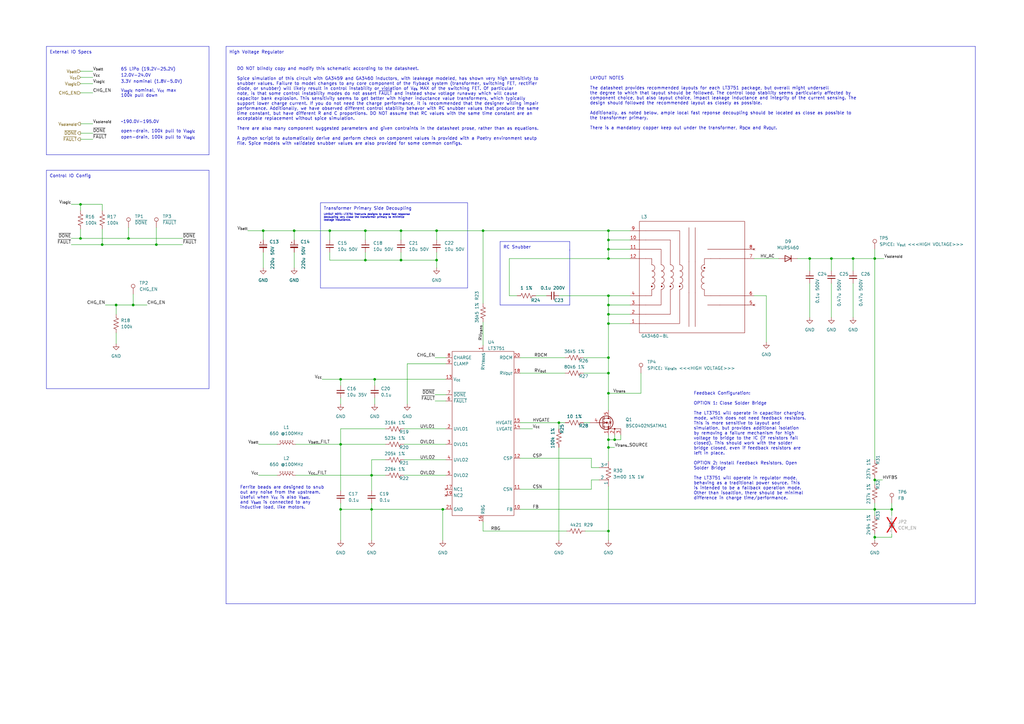
<source format=kicad_sch>
(kicad_sch (version 20230121) (generator eeschema)
  (paper "A3")
  (title_block (title "Kicker Board") (date "2023-02-03") (rev "v1.0.0") (company "A-Team") (comment 1 "Author: W. Stuckey"))
  (lib_symbols
    (symbol "AT-Inductors:GA3460-BL"
      (property "Reference" "L" (at 0 -25.4 0))
      (property "Value" "GA3460-BL" (at 0 25.4 0))
      (symbol "GA3460-BL_0_1"
        (rectangle (start -21.59 22.86) (end 21.59 -22.86) (stroke (width 0.1524)))
        (arc (start -16.51 -5.08) (mid -15.2558 -3.81) (end -16.51 -2.54) (stroke (width 0.1524)))
        (circle (center -16.51 3.81) (radius 0.254) (stroke (width 0.1524)) (fill (type outline)))
        (arc (start -16.4198 -2.54) (mid -15.2368 -1.27) (end -16.4198 0) (stroke (width 0.1524)))
        (arc (start -16.3296 2.54) (mid -15.2979 3.8897) (end -16.51 5.08) (stroke (width 0.1524)))
        (arc (start -16.2619 0.0112) (mid -15.2302 1.3609) (end -16.4423 2.5512) (stroke (width 0.1524)))
        (arc (start -12.6841 -5.08) (mid -11.4299 -3.81) (end -12.6841 -2.54) (stroke (width 0.1524)))
        (arc (start -12.5939 -2.54) (mid -11.4109 -1.27) (end -12.5939 0) (stroke (width 0.1524)))
        (arc (start -12.5196 2.54) (mid -11.4184 3.8946) (end -12.7 5.08) (stroke (width 0.1524)))
        (arc (start -12.4519 0.0112) (mid -11.4202 1.3609) (end -12.6323 2.5512) (stroke (width 0.1524)))
        (circle (center -12.446 3.81) (radius 0.254) (stroke (width 0.1524)) (fill (type outline)))
        (circle (center -8.89 3.81) (radius 0.254) (stroke (width 0.1524)) (fill (type outline)))
        (arc (start -8.8741 -5.08) (mid -7.6199 -3.81) (end -8.8741 -2.54) (stroke (width 0.1524)))
        (arc (start -8.7839 -2.54) (mid -7.6009 -1.27) (end -8.7839 0) (stroke (width 0.1524)))
        (arc (start -8.7096 2.54) (mid -7.6743 3.89) (end -8.89 5.08) (stroke (width 0.1524)))
        (arc (start -8.6419 0.0112) (mid -7.6102 1.3609) (end -8.8223 2.5512) (stroke (width 0.1524)))
        (circle (center -5.08 3.81) (radius 0.254) (stroke (width 0.1524)) (fill (type outline)))
        (arc (start -5.0641 -5.08) (mid -3.8099 -3.81) (end -5.0641 -2.54) (stroke (width 0.1524)))
        (arc (start -4.9898 2.54) (mid -3.8068 3.81) (end -4.9898 5.08) (stroke (width 0.1524)))
        (arc (start -4.9739 -2.54) (mid -3.7909 -1.27) (end -4.9739 0) (stroke (width 0.1524)))
        (arc (start -4.8319 0.0112) (mid -3.8002 1.3609) (end -5.0123 2.5512) (stroke (width 0.1524)))
        (polyline (pts (xy -19.05 -19.05) (xy -22.86 -19.05)) (stroke (width 0.1524)))
        (polyline (pts (xy -19.05 -11.43) (xy -22.86 -11.43)) (stroke (width 0.1524)))
        (polyline (pts (xy -19.05 -7.62) (xy -22.86 -7.62)) (stroke (width 0.1524)))
        (polyline (pts (xy -19.05 7.62) (xy -22.86 7.62)) (stroke (width 0.1524)))
        (polyline (pts (xy -19.05 15.24) (xy -22.86 15.24)) (stroke (width 0.1524)))
        (polyline (pts (xy -1.27 -6.35) (xy -1.27 -20.32)) (stroke (width 0.1524)))
        (polyline (pts (xy -1.27 6.35) (xy -1.27 -6.35)) (stroke (width 0.1524)))
        (polyline (pts (xy -1.27 6.35) (xy -1.27 20.32)) (stroke (width 0.1524)))
        (polyline (pts (xy 1.27 -6.35) (xy 1.27 -20.32)) (stroke (width 0.1524)))
        (polyline (pts (xy 1.27 6.35) (xy 1.27 -6.35)) (stroke (width 0.1524)))
        (polyline (pts (xy 1.27 6.35) (xy 1.27 20.32)) (stroke (width 0.1524)))
        (polyline (pts (xy 7.62 -7.62) (xy 11.43 -7.62)) (stroke (width 0.1524)))
        (polyline (pts (xy 7.62 7.62) (xy 11.43 7.62)) (stroke (width 0.1524)))
        (polyline (pts (xy 11.43 -11.43) (xy 6.35 -11.43)) (stroke (width 0.1524)))
        (polyline (pts (xy 11.43 -11.43) (xy 22.86 -11.43)) (stroke (width 0.1524)))
        (polyline (pts (xy 11.43 -7.62) (xy 22.86 -7.62)) (stroke (width 0.1524)))
        (polyline (pts (xy 11.43 7.62) (xy 22.86 7.62)) (stroke (width 0.1524)))
        (polyline (pts (xy 11.43 11.43) (xy 6.35 11.43)) (stroke (width 0.1524)))
        (polyline (pts (xy 11.43 11.43) (xy 22.86 11.43)) (stroke (width 0.1524)))
        (polyline (pts (xy -19.05 -15.24) (xy -22.86 -15.24) (xy -21.59 -15.24)) (stroke (width 0.1524)))
        (polyline (pts (xy -19.05 11.43) (xy -22.86 11.43) (xy -21.59 11.43)) (stroke (width 0.1524)))
        (polyline (pts (xy -19.05 19.05) (xy -22.86 19.05) (xy -21.59 19.05)) (stroke (width 0.1524)))
        (polyline (pts (xy -16.51 -5.08) (xy -16.51 -7.62) (xy -19.05 -7.62)) (stroke (width 0.1524)))
        (polyline (pts (xy -16.51 5.08) (xy -16.51 7.62) (xy -19.05 7.62)) (stroke (width 0.1524)))
        (polyline (pts (xy -12.7 -5.08) (xy -12.7 -11.43) (xy -19.05 -11.43)) (stroke (width 0.1524)))
        (polyline (pts (xy -12.7 5.08) (xy -12.7 11.43) (xy -19.05 11.43)) (stroke (width 0.1524)))
        (polyline (pts (xy -8.89 -5.08) (xy -8.89 -15.24) (xy -19.05 -15.24)) (stroke (width 0.1524)))
        (polyline (pts (xy -8.89 5.08) (xy -8.89 15.24) (xy -19.05 15.24)) (stroke (width 0.1524)))
        (polyline (pts (xy -5.08 -5.08) (xy -5.08 -19.05) (xy -19.05 -19.05)) (stroke (width 0.1524)))
        (polyline (pts (xy -5.08 5.08) (xy -5.08 19.05) (xy -19.05 19.05)) (stroke (width 0.1524)))
        (polyline (pts (xy 5.08 -5.08) (xy 5.08 -7.62) (xy 7.62 -7.62)) (stroke (width 0.1524)))
        (polyline (pts (xy 5.08 5.08) (xy 5.08 7.62) (xy 7.62 7.62)) (stroke (width 0.1524)))
        (arc (start 4.9739 0) (mid 3.7909 -1.27) (end 4.9739 -2.54) (stroke (width 0.1524)))
        (arc (start 4.9898 5.08) (mid 3.8068 3.81) (end 4.9898 2.54) (stroke (width 0.1524)))
        (arc (start 5.0123 2.5512) (mid 3.8002 1.3609) (end 4.8319 0.0112) (stroke (width 0.1524)))
        (arc (start 5.0641 -2.54) (mid 3.8099 -3.81) (end 5.0641 -5.08) (stroke (width 0.1524)))
        (circle (center 5.08 -3.81) (radius 0.254) (stroke (width 0.1524)) (fill (type outline)))
      )
      (symbol "GA3460-BL_1_1"
        (pin bidirectional line (at -25.4 19.05 0) (length 2.54) (name "") (number "1"))
        (pin bidirectional line (at -25.4 -15.24 0) (length 2.54) (name "") (number "10"))
        (pin bidirectional line (at -25.4 -11.43 0) (length 2.54) (name "") (number "11"))
        (pin bidirectional line (at -25.4 -7.62 0) (length 2.54) (name "") (number "12"))
        (pin bidirectional line (at -25.4 15.24 0) (length 2.54) (name "") (number "2"))
        (pin bidirectional line (at -25.4 11.43 0) (length 2.54) (name "") (number "3"))
        (pin bidirectional line (at -25.4 7.62 0) (length 2.54) (name "") (number "4"))
        (pin no_connect line (at 25.4 11.43 180) (length 2.54) (name "") (number "5"))
        (pin bidirectional line (at 25.4 7.62 180) (length 2.54) (name "") (number "6"))
        (pin bidirectional line (at 25.4 -7.62 180) (length 2.54) (name "") (number "7"))
        (pin no_connect line (at 25.4 -11.43 180) (length 2.54) (name "") (number "8"))
        (pin bidirectional line (at -25.4 -19.05 0) (length 2.54) (name "") (number "9"))
      )
    )
    (symbol "AT-Transistors:Q_NMOS_SGD_PowerPAK" (pin_names (offset 0) hide)
      (property "Reference" "Q" (at 5.08 1.27 0))
      (property "Value" "Q_NMOS_SGD_PowerPAK" (at 5.08 -1.27 0))
      (symbol "Q_NMOS_SGD_PowerPAK_0_1"
        (polyline (pts (xy 0.254 0) (xy -2.54 0)))
        (polyline (pts (xy 0.254 1.905) (xy 0.254 -1.905)) (stroke (width 0.254)))
        (polyline (pts (xy 0.762 -1.27) (xy 0.762 -2.286)) (stroke (width 0.254)))
        (polyline (pts (xy 0.762 0.508) (xy 0.762 -0.508)) (stroke (width 0.254)))
        (polyline (pts (xy 0.762 2.286) (xy 0.762 1.27)) (stroke (width 0.254)))
        (polyline (pts (xy 2.54 2.54) (xy 2.54 1.778)))
        (polyline (pts (xy 7.62 -2.54) (xy 5.08 -2.54)) (stroke (width 0.1524)))
        (polyline (pts (xy 2.54 -2.54) (xy 2.54 0) (xy 0.762 0)))
        (polyline (pts (xy 5.08 -2.54) (xy 2.54 -2.54) (xy 3.81 -2.54)) (stroke (width 0.1524)))
        (polyline (pts (xy 0.762 -1.778) (xy 3.302 -1.778) (xy 3.302 1.778) (xy 0.762 1.778)))
        (polyline (pts (xy 1.016 0) (xy 2.032 0.381) (xy 2.032 -0.381) (xy 1.016 0)) (fill (type outline)))
        (polyline (pts (xy 2.794 0.508) (xy 2.921 0.381) (xy 3.683 0.381) (xy 3.81 0.254)))
        (polyline (pts (xy 3.302 0.381) (xy 2.921 -0.254) (xy 3.683 -0.254) (xy 3.302 0.381)))
        (circle (center 1.651 0) (radius 2.794) (stroke (width 0.254)))
        (circle (center 2.54 -2.54) (radius 0.254) (fill (type outline)))
        (circle (center 2.54 -1.778) (radius 0.254) (fill (type outline)))
        (circle (center 2.54 1.778) (radius 0.254) (fill (type outline)))
        (circle (center 5.08 -2.54) (radius 0.254) (fill (type outline)))
      )
      (symbol "Q_NMOS_SGD_PowerPAK_1_1"
        (pin passive line (at 2.54 -5.08 90) (length 2.54) (name "S") (number "1"))
        (pin passive line (at 5.08 -5.08 90) (length 2.54) (name "S") (number "2"))
        (pin passive line (at 7.62 -5.08 90) (length 2.54) (name "S") (number "3"))
        (pin input line (at -5.08 0 0) (length 5.08) (name "G") (number "4"))
        (pin passive line (at 2.54 5.08 270) (length 2.54) (name "D") (number "5"))
      )
    )
    (symbol "Connector:TestPoint" (pin_numbers hide) (pin_names (offset 0.762) hide)
      (property "Reference" "TP" (at 0 6.858 0))
      (property "Value" "TestPoint" (at 0 5.08 0))
      (symbol "TestPoint_0_1"
        (circle (center 0 3.302) (radius 0.762))
      )
      (symbol "TestPoint_1_1"
        (pin passive line (at 0 0 90) (length 2.54) (name "1") (number "1"))
      )
    )
    (symbol "Device:C_Polarized_Small" (pin_numbers hide) (pin_names (offset 0.254) hide)
      (property "Reference" "C" (at 0.254 1.778 0))
      (property "Value" "C_Polarized_Small" (at 0.254 -2.032 0))
      (symbol "C_Polarized_Small_0_1"
        (rectangle (start -1.524 -0.3048) (end 1.524 -0.6858) (fill (type outline)))
        (rectangle (start -1.524 0.6858) (end 1.524 0.3048))
        (polyline (pts (xy -1.27 1.524) (xy -0.762 1.524)))
        (polyline (pts (xy -1.016 1.27) (xy -1.016 1.778)))
      )
      (symbol "C_Polarized_Small_1_1"
        (pin passive line (at 0 2.54 270) (length 1.8542) (name "~") (number "1"))
        (pin passive line (at 0 -2.54 90) (length 1.8542) (name "~") (number "2"))
      )
    )
    (symbol "Device:C_Small" (pin_numbers hide) (pin_names (offset 0.254) hide)
      (property "Reference" "C" (at 0.254 1.778 0))
      (property "Value" "C_Small" (at 0.254 -2.032 0))
      (symbol "C_Small_0_1"
        (polyline (pts (xy -1.524 -0.508) (xy 1.524 -0.508)) (stroke (width 0.3302)))
        (polyline (pts (xy -1.524 0.508) (xy 1.524 0.508)) (stroke (width 0.3048)))
      )
      (symbol "C_Small_1_1"
        (pin passive line (at 0 2.54 270) (length 2.032) (name "~") (number "1"))
        (pin passive line (at 0 -2.54 90) (length 2.032) (name "~") (number "2"))
      )
    )
    (symbol "Device:D" (pin_numbers hide) (pin_names (offset 1.016) hide)
      (property "Reference" "D" (at 0 2.54 0))
      (property "Value" "D" (at 0 -2.54 0))
      (symbol "D_0_1"
        (polyline (pts (xy -1.27 1.27) (xy -1.27 -1.27)) (stroke (width 0.254)))
        (polyline (pts (xy 1.27 0) (xy -1.27 0)))
        (polyline (pts (xy 1.27 1.27) (xy 1.27 -1.27) (xy -1.27 0) (xy 1.27 1.27)) (stroke (width 0.254)))
      )
      (symbol "D_1_1"
        (pin passive line (at -3.81 0 0) (length 2.54) (name "K") (number "1"))
        (pin passive line (at 3.81 0 180) (length 2.54) (name "A") (number "2"))
      )
    )
    (symbol "Device:L_Ferrite" (pin_numbers hide) (pin_names (offset 1.016) hide)
      (property "Reference" "L" (at -1.27 0 90))
      (property "Value" "L_Ferrite" (at 2.794 0 90))
      (symbol "L_Ferrite_0_1"
        (arc (start 0 -2.54) (mid 0.6323 -1.905) (end 0 -1.27))
        (arc (start 0 -1.27) (mid 0.6323 -0.635) (end 0 0))
        (polyline (pts (xy 1.016 -2.794) (xy 1.016 -2.286)))
        (polyline (pts (xy 1.016 -1.778) (xy 1.016 -1.27)))
        (polyline (pts (xy 1.016 -0.762) (xy 1.016 -0.254)))
        (polyline (pts (xy 1.016 0.254) (xy 1.016 0.762)))
        (polyline (pts (xy 1.016 1.27) (xy 1.016 1.778)))
        (polyline (pts (xy 1.016 2.286) (xy 1.016 2.794)))
        (polyline (pts (xy 1.524 -2.286) (xy 1.524 -2.794)))
        (polyline (pts (xy 1.524 -1.27) (xy 1.524 -1.778)))
        (polyline (pts (xy 1.524 -0.254) (xy 1.524 -0.762)))
        (polyline (pts (xy 1.524 0.762) (xy 1.524 0.254)))
        (polyline (pts (xy 1.524 1.778) (xy 1.524 1.27)))
        (polyline (pts (xy 1.524 2.794) (xy 1.524 2.286)))
        (arc (start 0 0) (mid 0.6323 0.635) (end 0 1.27))
        (arc (start 0 1.27) (mid 0.6323 1.905) (end 0 2.54))
      )
      (symbol "L_Ferrite_1_1"
        (pin passive line (at 0 3.81 270) (length 1.27) (name "1") (number "1"))
        (pin passive line (at 0 -3.81 90) (length 1.27) (name "2") (number "2"))
      )
    )
    (symbol "Device:R_Shunt_US" (pin_numbers hide) (pin_names (offset 0))
      (property "Reference" "R" (at -5.08 0 90))
      (property "Value" "R_Shunt_US" (at -3.048 0 90))
      (symbol "R_Shunt_US_1_1"
        (polyline (pts (xy 0 -2.54) (xy 1.27 -2.54)))
        (polyline (pts (xy 0 -2.286) (xy 0 -2.54)))
        (polyline (pts (xy 0 2.286) (xy 0 2.54)))
        (polyline (pts (xy 1.27 2.54) (xy 0 2.54)))
        (polyline (pts (xy 0 -0.762) (xy 1.016 -1.143) (xy 0 -1.524) (xy -1.016 -1.905) (xy 0 -2.286)))
        (polyline (pts (xy 0 0.762) (xy 1.016 0.381) (xy 0 0) (xy -1.016 -0.381) (xy 0 -0.762)))
        (polyline (pts (xy 0 2.286) (xy 1.016 1.905) (xy 0 1.524) (xy -1.016 1.143) (xy 0 0.762)))
        (pin passive line (at 0 5.08 270) (length 2.54) (name "1") (number "1"))
        (pin passive line (at 3.81 2.54 180) (length 2.54) (name "2") (number "2"))
        (pin passive line (at 3.81 -2.54 180) (length 2.54) (name "3") (number "3"))
        (pin passive line (at 0 -5.08 90) (length 2.54) (name "4") (number "4"))
      )
    )
    (symbol "Device:R_US" (pin_numbers hide) (pin_names (offset 0))
      (property "Reference" "R" (at 2.54 0 90))
      (property "Value" "R_US" (at -2.54 0 90))
      (symbol "R_US_0_1"
        (polyline (pts (xy 0 -2.286) (xy 0 -2.54)))
        (polyline (pts (xy 0 2.286) (xy 0 2.54)))
        (polyline (pts (xy 0 -0.762) (xy 1.016 -1.143) (xy 0 -1.524) (xy -1.016 -1.905) (xy 0 -2.286)))
        (polyline (pts (xy 0 0.762) (xy 1.016 0.381) (xy 0 0) (xy -1.016 -0.381) (xy 0 -0.762)))
        (polyline (pts (xy 0 2.286) (xy 1.016 1.905) (xy 0 1.524) (xy -1.016 1.143) (xy 0 0.762)))
      )
      (symbol "R_US_1_1"
        (pin passive line (at 0 3.81 270) (length 1.27) (name "~") (number "1"))
        (pin passive line (at 0 -3.81 90) (length 1.27) (name "~") (number "2"))
      )
    )
    (symbol "Jumper:SolderJumper_2_Bridged" (pin_names (offset 0) hide)
      (property "Reference" "JP" (at 0 2.032 0))
      (property "Value" "SolderJumper_2_Bridged" (at 0 -2.54 0))
      (symbol "SolderJumper_2_Bridged_0_1"
        (rectangle (start -0.508 0.508) (end 0.508 -0.508) (fill (type outline)))
        (arc (start -0.254 1.016) (mid -1.2656 0) (end -0.254 -1.016))
        (arc (start -0.254 1.016) (mid -1.2656 0) (end -0.254 -1.016) (fill (type outline)))
        (polyline (pts (xy -0.254 1.016) (xy -0.254 -1.016)))
        (polyline (pts (xy 0.254 1.016) (xy 0.254 -1.016)))
        (arc (start 0.254 -1.016) (mid 1.2656 0) (end 0.254 1.016))
        (arc (start 0.254 -1.016) (mid 1.2656 0) (end 0.254 1.016) (fill (type outline)))
      )
      (symbol "SolderJumper_2_Bridged_1_1"
        (pin passive line (at -3.81 0 0) (length 2.54) (name "A") (number "1"))
        (pin passive line (at 3.81 0 180) (length 2.54) (name "B") (number "2"))
      )
    )
    (symbol "ltc_regulators:LT3751"
      (property "Reference" "U" (at -11.43 -33.02 0))
      (property "Value" "LT3751" (at -8.255 36.83 0))
      (symbol "LT3751_0_1"
        (rectangle (start -12.7 35.56) (end 12.7 -31.75))
      )
      (symbol "LT3751_1_1"
        (pin input line (at 0 38.1 270) (length 2.54) (name "RV_{TRANS}") (number "1"))
        (pin input line (at 15.24 -29.21 180) (length 2.54) (name "FB") (number "10"))
        (pin input line (at 15.24 -20.955 180) (length 2.54) (name "CSN") (number "11"))
        (pin input line (at 15.24 -8.255 180) (length 2.54) (name "CSP") (number "12"))
        (pin power_in line (at -15.24 24.13 0) (length 2.54) (name "V_{cc}") (number "13"))
        (pin output line (at 15.24 3.81 180) (length 2.54) (name "LVGATE") (number "14"))
        (pin output line (at 15.24 6.35 180) (length 2.54) (name "HVGATE") (number "15"))
        (pin input line (at 0 -34.29 90) (length 2.54) (name "RBG") (number "16"))
        (pin no_connect line (at -15.24 -20.955 0) (length 2.54) (name "NC1") (number "17"))
        (pin input line (at 15.24 26.67 180) (length 2.54) (name "RV_{OUT}") (number "18"))
        (pin no_connect line (at -15.24 -23.495 0) (length 2.54) (name "NC2") (number "19"))
        (pin input line (at -15.24 3.81 0) (length 2.54) (name "UVLO1") (number "2"))
        (pin input line (at 15.24 33.02 180) (length 2.54) (name "RDCM") (number "20"))
        (pin power_in line (at -15.24 -29.21 0) (length 2.54) (name "GND") (number "21"))
        (pin input line (at -15.24 -2.54 0) (length 2.54) (name "OVLO1") (number "3"))
        (pin input line (at -15.24 -8.89 0) (length 2.54) (name "UVLO2") (number "4"))
        (pin input line (at -15.24 -15.24 0) (length 2.54) (name "OVLO2") (number "5"))
        (pin open_collector line (at -15.24 15.24 0) (length 2.54) (name "~{FAULT}") (number "6"))
        (pin open_collector line (at -15.24 17.78 0) (length 2.54) (name "~{DONE}") (number "7"))
        (pin input line (at -15.24 33.02 0) (length 2.54) (name "CHARGE") (number "8"))
        (pin input line (at -15.24 30.48 0) (length 2.54) (name "CLAMP") (number "9"))
      )
    )
    (symbol "power:GND" (power) (pin_names (offset 0))
      (property "Value" "GND" (at 0 -3.81 0))
      (symbol "GND_0_1"
        (polyline (pts (xy 0 0) (xy 0 -1.27) (xy 1.27 -1.27) (xy 0 -2.54) (xy -1.27 -1.27) (xy 0 -1.27)))
      )
      (symbol "GND_1_1"
        (pin power_in line (at 0 0 270) (length 0) hide (name "GND") (number "1"))
      )
    )
  )
  (junction (at 54.61 125.095))
  (junction (at 249.555 217.805))
  (junction (at 152.4 208.915))
  (junction (at 139.7 155.575))
  (junction (at 252.095 180.34))
  (junction (at 340.995 106.045))
  (junction (at 135.255 94.615))
  (junction (at 41.91 100.33))
  (junction (at 139.7 182.245))
  (junction (at 365.76 208.915))
  (junction (at 249.555 125.095))
  (junction (at 249.555 161.29))
  (junction (at 358.775 208.915))
  (junction (at 139.7 208.915))
  (junction (at 152.4 194.945))
  (junction (at 179.07 94.615))
  (junction (at 249.555 183.515))
  (junction (at 153.67 155.575))
  (junction (at 164.465 106.68))
  (junction (at 249.555 121.285))
  (junction (at 107.95 94.615))
  (junction (at 249.555 146.685))
  (junction (at 33.02 83.82))
  (junction (at 249.555 180.34))
  (junction (at 249.555 98.425))
  (junction (at 198.12 94.615))
  (junction (at 249.555 106.045))
  (junction (at 249.555 102.235))
  (junction (at 349.885 106.045))
  (junction (at 179.07 106.68))
  (junction (at 229.235 173.355))
  (junction (at 358.775 106.045))
  (junction (at 33.02 97.79))
  (junction (at 181.61 208.915))
  (junction (at 120.65 94.615))
  (junction (at 332.105 106.045))
  (junction (at 358.775 196.85))
  (junction (at 47.625 125.095))
  (junction (at 52.705 97.79))
  (junction (at 249.555 128.905))
  (junction (at 249.555 94.615))
  (junction (at 149.86 106.68))
  (junction (at 249.555 153.035))
  (junction (at 358.775 220.345))
  (junction (at 249.555 132.715))
  (junction (at 164.465 94.615))
  (junction (at 149.86 94.615))
  (junction (at 64.135 100.33))
  (wire (pts (xy 135.255 94.615) (xy 149.86 94.615)))
  (wire (pts (xy 229.235 173.355) (xy 231.775 173.355)))
  (wire (pts (xy 249.555 121.285) (xy 249.555 125.095)))
  (polyline (pts (xy 233.68 125.095) (xy 205.105 125.095)))
  (wire (pts (xy 358.775 196.215) (xy 358.775 196.85)))
  (wire (pts (xy 33.02 34.29) (xy 38.1 34.29)))
  (wire (pts (xy 249.555 106.045) (xy 249.555 102.235)))
  (wire (pts (xy 213.36 187.96) (xy 242.57 187.96)))
  (wire (pts (xy 252.095 180.34) (xy 249.555 180.34)))
  (wire (pts (xy 249.555 132.715) (xy 258.445 132.715)))
  (wire (pts (xy 249.555 98.425) (xy 258.445 98.425)))
  (wire (pts (xy 139.7 182.245) (xy 158.115 182.245)))
  (polyline (pts (xy 131.445 118.11) (xy 131.445 83.185)))
  (wire (pts (xy 365.76 211.455) (xy 365.76 208.915)))
  (wire (pts (xy 254.635 180.34) (xy 252.095 180.34)))
  (wire (pts (xy 240.03 217.805) (xy 249.555 217.805)))
  (wire (pts (xy 149.86 94.615) (xy 164.465 94.615)))
  (wire (pts (xy 208.915 121.285) (xy 208.915 106.045)))
  (wire (pts (xy 262.89 153.035) (xy 262.89 161.29)))
  (wire (pts (xy 249.555 183.515) (xy 249.555 189.23)))
  (wire (pts (xy 358.775 208.915) (xy 358.775 211.455)))
  (wire (pts (xy 242.57 196.85) (xy 245.745 196.85)))
  (wire (pts (xy 29.21 97.79) (xy 33.02 97.79)))
  (wire (pts (xy 198.12 213.995) (xy 198.12 217.805)))
  (wire (pts (xy 164.465 103.505) (xy 164.465 106.68)))
  (wire (pts (xy 332.105 116.205) (xy 332.105 130.175)))
  (polyline (pts (xy 205.105 99.06) (xy 233.68 99.06)))
  (wire (pts (xy 332.105 106.045) (xy 340.995 106.045)))
  (wire (pts (xy 249.555 161.29) (xy 249.555 168.275)))
  (wire (pts (xy 164.465 94.615) (xy 179.07 94.615)))
  (polyline (pts (xy 191.77 83.185) (xy 191.77 118.11)))
  (wire (pts (xy 107.95 94.615) (xy 120.65 94.615)))
  (wire (pts (xy 152.4 194.945) (xy 152.4 201.295)))
  (wire (pts (xy 249.555 102.235) (xy 249.555 98.425)))
  (wire (pts (xy 152.4 188.595) (xy 152.4 194.945)))
  (wire (pts (xy 33.02 97.79) (xy 52.705 97.79)))
  (wire (pts (xy 198.12 94.615) (xy 249.555 94.615)))
  (wire (pts (xy 340.995 106.045) (xy 340.995 111.125)))
  (wire (pts (xy 164.465 106.68) (xy 179.07 106.68)))
  (wire (pts (xy 33.02 29.21) (xy 38.1 29.21)))
  (wire (pts (xy 64.135 93.345) (xy 64.135 100.33)))
  (wire (pts (xy 106.045 194.945) (xy 113.665 194.945)))
  (wire (pts (xy 47.625 125.095) (xy 47.625 128.905)))
  (wire (pts (xy 229.235 183.515) (xy 229.235 221.615)))
  (wire (pts (xy 106.045 182.245) (xy 113.665 182.245)))
  (wire (pts (xy 229.235 173.355) (xy 229.235 175.895)))
  (wire (pts (xy 181.61 208.915) (xy 181.61 221.615)))
  (wire (pts (xy 258.445 106.045) (xy 249.555 106.045)))
  (wire (pts (xy 139.7 175.895) (xy 139.7 182.245)))
  (polyline (pts (xy 92.71 19.05) (xy 400.05 19.05)))
  (wire (pts (xy 358.775 106.045) (xy 358.775 188.595)))
  (wire (pts (xy 164.465 94.615) (xy 164.465 98.425)))
  (wire (pts (xy 249.555 128.905) (xy 258.445 128.905)))
  (wire (pts (xy 101.6 94.615) (xy 107.95 94.615)))
  (wire (pts (xy 249.555 153.035) (xy 249.555 161.29)))
  (wire (pts (xy 33.02 57.15) (xy 38.1 57.15)))
  (wire (pts (xy 239.395 173.355) (xy 241.935 173.355)))
  (wire (pts (xy 239.395 146.685) (xy 249.555 146.685)))
  (wire (pts (xy 132.08 155.575) (xy 139.7 155.575)))
  (wire (pts (xy 47.625 136.525) (xy 47.625 140.97)))
  (wire (pts (xy 365.76 208.915) (xy 358.775 208.915)))
  (wire (pts (xy 41.91 93.98) (xy 41.91 100.33)))
  (polyline (pts (xy 19.05 19.05) (xy 85.725 19.05)))
  (wire (pts (xy 309.245 106.045) (xy 319.405 106.045)))
  (wire (pts (xy 249.555 98.425) (xy 249.555 94.615)))
  (polyline (pts (xy 205.105 125.095) (xy 205.105 99.06)))
  (wire (pts (xy 349.885 106.045) (xy 349.885 111.125)))
  (wire (pts (xy 47.625 125.095) (xy 54.61 125.095)))
  (wire (pts (xy 41.91 100.33) (xy 64.135 100.33)))
  (wire (pts (xy 178.435 164.465) (xy 182.88 164.465)))
  (wire (pts (xy 167.005 149.225) (xy 167.005 165.735)))
  (wire (pts (xy 153.67 155.575) (xy 153.67 158.115)))
  (wire (pts (xy 179.07 94.615) (xy 179.07 98.425)))
  (polyline (pts (xy 400.05 247.65) (xy 92.71 247.65)))
  (wire (pts (xy 213.36 175.895) (xy 218.44 175.895)))
  (wire (pts (xy 327.025 106.045) (xy 332.105 106.045)))
  (wire (pts (xy 365.76 206.375) (xy 365.76 208.915)))
  (polyline (pts (xy 233.68 102.235) (xy 233.68 125.095)))
  (wire (pts (xy 358.775 219.075) (xy 358.775 220.345)))
  (wire (pts (xy 213.36 153.035) (xy 231.775 153.035)))
  (wire (pts (xy 33.02 50.8) (xy 38.1 50.8)))
  (wire (pts (xy 182.88 208.915) (xy 181.61 208.915)))
  (wire (pts (xy 358.775 196.85) (xy 358.775 198.755)))
  (wire (pts (xy 54.61 120.65) (xy 54.61 125.095)))
  (wire (pts (xy 365.76 219.075) (xy 365.76 220.345)))
  (wire (pts (xy 33.02 83.82) (xy 33.02 86.36)))
  (wire (pts (xy 179.07 106.68) (xy 179.07 109.855)))
  (wire (pts (xy 139.7 208.915) (xy 139.7 221.615)))
  (wire (pts (xy 33.02 93.98) (xy 33.02 97.79)))
  (wire (pts (xy 365.76 220.345) (xy 358.775 220.345)))
  (wire (pts (xy 213.36 208.915) (xy 358.775 208.915)))
  (wire (pts (xy 239.395 153.035) (xy 249.555 153.035)))
  (wire (pts (xy 121.285 194.945) (xy 152.4 194.945)))
  (polyline (pts (xy 19.05 19.05) (xy 19.05 63.5)))
  (wire (pts (xy 107.95 103.505) (xy 107.95 109.855)))
  (wire (pts (xy 252.095 178.435) (xy 252.095 180.34)))
  (wire (pts (xy 29.21 83.82) (xy 33.02 83.82)))
  (wire (pts (xy 249.555 125.095) (xy 258.445 125.095)))
  (wire (pts (xy 249.555 180.34) (xy 249.555 183.515)))
  (polyline (pts (xy 233.68 99.06) (xy 233.68 102.87)))
  (wire (pts (xy 152.4 208.915) (xy 181.61 208.915)))
  (wire (pts (xy 33.02 83.82) (xy 41.91 83.82)))
  (wire (pts (xy 152.4 194.945) (xy 158.115 194.945)))
  (wire (pts (xy 213.36 146.685) (xy 231.775 146.685)))
  (wire (pts (xy 208.915 106.045) (xy 249.555 106.045)))
  (wire (pts (xy 249.555 178.435) (xy 249.555 180.34)))
  (wire (pts (xy 139.7 163.195) (xy 139.7 165.735)))
  (wire (pts (xy 213.36 200.66) (xy 242.57 200.66)))
  (wire (pts (xy 249.555 132.715) (xy 249.555 146.685)))
  (wire (pts (xy 33.02 38.1) (xy 38.1 38.1)))
  (wire (pts (xy 149.86 103.505) (xy 149.86 106.68)))
  (wire (pts (xy 120.65 103.505) (xy 120.65 109.855)))
  (wire (pts (xy 249.555 146.685) (xy 249.555 153.035)))
  (wire (pts (xy 249.555 128.905) (xy 249.555 132.715)))
  (wire (pts (xy 139.7 182.245) (xy 139.7 201.295)))
  (wire (pts (xy 135.255 106.68) (xy 149.86 106.68)))
  (wire (pts (xy 242.57 191.77) (xy 245.745 191.77)))
  (wire (pts (xy 358.775 106.045) (xy 362.585 106.045)))
  (polyline (pts (xy 85.725 69.85) (xy 85.725 159.385)))
  (wire (pts (xy 165.735 194.945) (xy 182.88 194.945)))
  (wire (pts (xy 249.555 199.39) (xy 249.555 217.805)))
  (wire (pts (xy 349.885 106.045) (xy 358.775 106.045)))
  (wire (pts (xy 314.325 121.285) (xy 314.325 140.335)))
  (wire (pts (xy 158.115 188.595) (xy 152.4 188.595)))
  (wire (pts (xy 152.4 206.375) (xy 152.4 208.915)))
  (wire (pts (xy 254.635 178.435) (xy 254.635 180.34)))
  (wire (pts (xy 135.255 94.615) (xy 135.255 98.425)))
  (polyline (pts (xy 400.05 19.05) (xy 400.05 247.65)))
  (wire (pts (xy 340.995 116.205) (xy 340.995 130.175)))
  (polyline (pts (xy 85.725 69.85) (xy 19.05 69.85)))
  (wire (pts (xy 52.705 93.345) (xy 52.705 97.79)))
  (wire (pts (xy 139.7 155.575) (xy 153.67 155.575)))
  (wire (pts (xy 153.67 155.575) (xy 182.88 155.575)))
  (wire (pts (xy 165.735 182.245) (xy 182.88 182.245)))
  (wire (pts (xy 242.57 187.96) (xy 242.57 191.77)))
  (wire (pts (xy 153.67 163.195) (xy 153.67 165.735)))
  (wire (pts (xy 41.91 83.82) (xy 41.91 86.36)))
  (wire (pts (xy 29.21 100.33) (xy 41.91 100.33)))
  (wire (pts (xy 179.07 103.505) (xy 179.07 106.68)))
  (polyline (pts (xy 19.05 159.385) (xy 85.725 159.385)))
  (wire (pts (xy 178.435 161.925) (xy 182.88 161.925)))
  (wire (pts (xy 249.555 183.515) (xy 252.095 183.515)))
  (wire (pts (xy 33.02 54.61) (xy 38.1 54.61)))
  (wire (pts (xy 139.7 155.575) (xy 139.7 158.115)))
  (wire (pts (xy 165.735 188.595) (xy 182.88 188.595)))
  (wire (pts (xy 167.005 149.225) (xy 182.88 149.225)))
  (wire (pts (xy 358.775 102.235) (xy 358.775 106.045)))
  (wire (pts (xy 249.555 217.805) (xy 249.555 221.615)))
  (wire (pts (xy 340.995 106.045) (xy 349.885 106.045)))
  (wire (pts (xy 213.36 173.355) (xy 229.235 173.355)))
  (wire (pts (xy 242.57 200.66) (xy 242.57 196.85)))
  (wire (pts (xy 139.7 208.915) (xy 152.4 208.915)))
  (wire (pts (xy 178.435 146.685) (xy 182.88 146.685)))
  (polyline (pts (xy 85.725 63.5) (xy 19.05 63.5)))
  (wire (pts (xy 212.09 121.285) (xy 208.915 121.285)))
  (wire (pts (xy 64.135 100.33) (xy 74.93 100.33)))
  (polyline (pts (xy 131.445 83.185) (xy 191.77 83.185)))
  (wire (pts (xy 43.18 125.095) (xy 47.625 125.095)))
  (wire (pts (xy 262.89 161.29) (xy 249.555 161.29)))
  (wire (pts (xy 120.65 98.425) (xy 120.65 94.615)))
  (wire (pts (xy 52.705 97.79) (xy 74.93 97.79)))
  (wire (pts (xy 120.65 94.615) (xy 135.255 94.615)))
  (wire (pts (xy 139.7 206.375) (xy 139.7 208.915)))
  (polyline (pts (xy 85.725 19.05) (xy 85.725 63.5)))
  (wire (pts (xy 149.86 106.68) (xy 164.465 106.68)))
  (wire (pts (xy 198.12 217.805) (xy 232.41 217.805)))
  (wire (pts (xy 158.115 175.895) (xy 139.7 175.895)))
  (wire (pts (xy 152.4 208.915) (xy 152.4 221.615)))
  (wire (pts (xy 358.775 220.345) (xy 358.775 221.615)))
  (wire (pts (xy 219.71 121.285) (xy 224.155 121.285)))
  (wire (pts (xy 358.775 206.375) (xy 358.775 208.915)))
  (wire (pts (xy 107.95 98.425) (xy 107.95 94.615)))
  (wire (pts (xy 249.555 94.615) (xy 258.445 94.615)))
  (polyline (pts (xy 19.05 69.85) (xy 19.05 159.385)))
  (wire (pts (xy 229.235 121.285) (xy 249.555 121.285)))
  (wire (pts (xy 33.02 31.75) (xy 38.1 31.75)))
  (wire (pts (xy 135.255 103.505) (xy 135.255 106.68)))
  (wire (pts (xy 165.735 175.895) (xy 182.88 175.895)))
  (wire (pts (xy 349.885 116.205) (xy 349.885 130.175)))
  (wire (pts (xy 54.61 125.095) (xy 60.325 125.095)))
  (wire (pts (xy 249.555 102.235) (xy 258.445 102.235)))
  (wire (pts (xy 179.07 94.615) (xy 198.12 94.615)))
  (wire (pts (xy 149.86 94.615) (xy 149.86 98.425)))
  (wire (pts (xy 121.285 182.245) (xy 139.7 182.245)))
  (wire (pts (xy 249.555 121.285) (xy 258.445 121.285)))
  (wire (pts (xy 198.12 124.46) (xy 198.12 94.615)))
  (wire (pts (xy 249.555 125.095) (xy 249.555 128.905)))
  (wire (pts (xy 358.775 196.85) (xy 361.95 196.85)))
  (wire (pts (xy 309.245 121.285) (xy 314.325 121.285)))
  (wire (pts (xy 198.12 132.08) (xy 198.12 141.605)))
  (wire (pts (xy 332.105 106.045) (xy 332.105 111.125)))
  (polyline (pts (xy 191.77 118.11) (xy 131.445 118.11)))
  (polyline (pts (xy 92.71 19.05) (xy 92.71 247.65)))
  (text "Ferrite beads are designed to snub \nout any noise from the upstream. \nUseful when V_{cc} is also V_{batt}, \nand V_{batt} is connected to any\ninductive load, like motors." (at 98.425 208.915 0) (effects (font (size 1.27 1.27)) (justify left bottom)))
  (text "DO NOT blindly copy and modify this schematic according to the datasheet.\n\nSpice simulation of this circuit with GA3459 and GA3460 inductors, with leakeage modeled, has shown very high sensitivty to\nsnubber values. Failure to model changes to any core component of the flyback system (transformer, switching FET, rectifier\ndiode, or snubber) will likely result in control instability or violation of V_{ds} MAX of the switching FET. Of particular\nnote, is that some control instability modes do not assert ~{FAULT} and instead show votlage runaway which will cause\ncapacitor bank explosion. This sensitivity seems to get better with higher inductance value transformers, which typically\nsupport lower charge current. If you do not need the charge performance, it is recommended that the designer willing impair\nperformance. Additionally, we have observed different control stability behavor with RC snubber values that produce the same\ntime constant, but have different R and C proportions. DO NOT assume that RC values with the same time constant are an \nacceptable replacement without spice simulation.\n\nThere are also many component suggested parameters and given contraints in the datasheet prose, rather than as equations.\n\nA python script to automatically derive and perform check on component values is provided with a Poetry environment seutp\nfile. Spice models with validated snubber values are also provided for some common configs." (at 97.155 59.69 0) (effects (font (size 1.27 1.27)) (justify left bottom)))
  (text "High Voltage Regulator" (at 93.98 22.225 0) (effects (font (size 1.27 1.27)) (justify left bottom)))
  (text "LAYOUT NOTE: LT3751 instructs designs to place fast response \ndecoupling very close the transformer primary to minimize \nleakage inductance." (at 132.715 90.805 0) (effects (font (size 0.73 0.73)) (justify left bottom)))
  (text "Control IO Config" (at 20.32 73.025 0) (effects (font (size 1.27 1.27)) (justify left bottom)))
  (text "6S LiPo (19.2V-25.2V)" (at 49.53 29.21 0) (effects (font (size 1.27 1.27)) (justify left bottom)))
  (text "~190.0V-195.0V" (at 49.53 50.8 0) (effects (font (size 1.27 1.27)) (justify left bottom)))
  (text "12.0V-24.0V" (at 49.53 31.75 0) (effects (font (size 1.27 1.27)) (justify left bottom)))
  (text "open-drain, 100k pull to V_{logic}" (at 49.53 57.15 0) (effects (font (size 1.27 1.27)) (justify left bottom)))
  (text "External IO Specs" (at 20.32 22.225 0) (effects (font (size 1.27 1.27)) (justify left bottom)))
  (text "LAYOUT NOTES\n\nThe datasheet provides recommended layouts for each LT3751 package, but overall might undersell\nthe degree to which that layout should be followed. The control loop stability seems particularly affected by\ncomponent choice, but also layout choice, impact leakage inductance and integrity of the current sensing. The\ndesign should followed the recommended layout as closely as possible.\n\nAdditionally, as noted below, ample local fast reponse decoupling should be located as close as possible to\nthe transformer primary. \n\nThere is a mandatory copper keep out under the transformer, R_{DCM} and R_{VOUT}." (at 241.935 53.34 0) (effects (font (size 1.27 1.27)) (justify left bottom)))
  (text "V_{logic} nominal, V_{cc} max\n100k pull down" (at 49.53 40.005 0) (effects (font (size 1.27 1.27)) (justify left bottom)))
  (text "open-drain, 100k pull to V_{logic}" (at 49.53 54.61 0) (effects (font (size 1.27 1.27)) (justify left bottom)))
  (text "Transformer Primary Side Decoupling" (at 132.715 86.36 0) (effects (font (size 1.27 1.27)) (justify left bottom)))
  (text "3.3V nominal (1.8V-5.0V)" (at 49.53 34.29 0) (effects (font (size 1.27 1.27)) (justify left bottom)))
  (text "Feedback Configuration:\n\nOPTION 1: Close Solder Bridge\n\nThe LT3751 will operate in capacitor charging \nmode, which does not need feedback resistors. \nThis is more sensitive to layout and \nsimulation, but provides additional isolation \nby removing a failure mechanism for high \nvoltage to bridge to the IC (if resistors fail \nclosed). This should work with the solder \nbridge closed, even if feedback resistors are \nleft in place.\n\nOPTION 2: Install Feedback Resistors, Open \nSolder Bridge\n\nThe LT3751 will operate in regulator mode, \nbehaving as a traditional power source. This \nis intended to be a fallback operation mode. \nOther than isoaltion, there should be minimal \ndifference in charge time/performance." (at 284.48 205.105 0) (effects (font (size 1.27 1.27)) (justify left bottom)))
  (text "RC Snubber" (at 206.375 102.235 0) (effects (font (size 1.27 1.27)) (justify left bottom)))
  (label "V_{logic}" (at 38.1 34.29 0))
  (label "V_{batt}" (at 38.1 29.21 0))
  (label "V_{batt}" (at 106.045 182.245 180))
  (label "~{DONE}" (at 178.435 161.925 180))
  (label "V_{cc}" (at 38.1 31.75 0))
  (label "V_{cc}" (at 132.08 155.575 180))
  (label "V_{trans}" (at 251.46 161.29 0))
  (label "V_{solenoid}" (at 38.1 50.8 0))
  (label "CHG_EN" (at 43.18 125.095 180))
  (label "~{FAULT}" (at 74.93 100.33 0))
  (label "V_{trans}_SOURCE" (at 252.095 183.515 0))
  (label "~{DONE}" (at 74.93 97.79 0))
  (label "V_{cc}_FILT" (at 126.365 194.945 0))
  (label "V_{cc}" (at 106.045 194.945 180))
  (label "~{FAULT}" (at 38.1 57.15 0))
  (label "V_{solenoid}" (at 362.585 106.045 0))
  (label "CHG_EN" (at 60.325 125.095 0))
  (label "CSP" (at 218.44 187.96 0))
  (label "OVLO1" (at 178.435 182.245 180))
  (label "UVLO1" (at 178.435 175.895 180))
  (label "V_{cc}" (at 218.44 175.895 0))
  (label "V_{batt}_FILT" (at 126.365 182.245 0))
  (label "HVFBS" (at 361.95 196.85 0))
  (label "RDCM" (at 219.075 146.685 0))
  (label "~{DONE}" (at 38.1 54.61 0))
  (label "RV_{out}" (at 219.075 153.035 0))
  (label "HV_AC" (at 311.785 106.045 0))
  (label "OVLO2" (at 178.435 194.945 180))
  (label "~{FAULT}" (at 29.21 100.33 180))
  (label "FB" (at 218.44 208.915 0))
  (label "~{DONE}" (at 29.21 97.79 180))
  (label "RV_{trans}" (at 198.12 139.7 90))
  (label "UVLO2" (at 178.435 188.595 180))
  (label "HVGATE" (at 218.44 173.355 0))
  (label "V_{logic}" (at 29.21 83.82 180))
  (label "CHG_EN" (at 178.435 146.685 180))
  (label "V_{batt}" (at 101.6 94.615 180))
  (label "RBG" (at 201.295 217.805 0))
  (label "~{FAULT}" (at 178.435 164.465 180))
  (label "CHG_EN" (at 38.1 38.1 0))
  (label "CSN" (at 218.44 200.66 0))
  (hierarchical_label "CHG_EN" (shape input) (at 33.02 38.1 180))
  (hierarchical_label "~{FAULT}" (shape output) (at 33.02 57.15 180))
  (hierarchical_label "V_{solenoid}" (shape output) (at 33.02 50.8 180))
  (hierarchical_label "V_{logic}" (shape input) (at 33.02 34.29 180))
  (hierarchical_label "V_{batt}" (shape input) (at 33.02 29.21 180))
  (hierarchical_label "V_{cc}" (shape input) (at 33.02 31.75 180))
  (hierarchical_label "~{DONE}" (shape output) (at 33.02 54.61 180))
  (symbol (lib_id "power:GND") (at 47.625 140.97 0) (unit 1)
    (property "Reference" "#PWR043" (effects hide))
    (property "Value" "GND" (at 47.625 146.05 0))
  )
  (symbol (lib_id "Device:R_US") (at 161.925 182.245 90) (unit 1)
    (property "Reference" "R20" (at 165.735 183.515 90))
    (property "Value" "523k 1%" (at 161.925 179.705 90))
    (property "Footprint" "Resistor_SMD:R_0603_1608Metric" (effects hide))
  )
  (symbol (lib_id "Device:C_Small") (at 349.885 113.665 0) (unit 1)
    (property "Reference" "C26" (at 353.06 112.4012 0) (effects (justify left)))
    (property "Value" "0.47u 500V" (at 353.06 125.73 90) (effects (justify left)))
    (property "Footprint" "Capacitor_SMD:C_2225_5664Metric" (effects hide))
  )
  (symbol (lib_id "Connector:TestPoint") (at 54.61 120.65 0) (unit 1)
    (property "Reference" "TP2" (at 57.15 116.0779 0) (effects (justify left)))
    (property "Value" "CHG_EN" (at 57.15 118.6179 0) (effects (justify left)))
    (property "Footprint" "TestPoint:TestPoint_Pad_D1.5mm" (effects hide))
  )
  (symbol (lib_id "Device:L_Ferrite") (at 117.475 182.245 90) (unit 1)
    (property "Reference" "L1" (at 117.475 175.26 90))
    (property "Value" "650 @100MHz" (at 117.475 177.8 90))
    (property "Footprint" "Resistor_SMD:R_0603_1608Metric" (effects hide))
    (property "Datasheet" "HZ0603C651R-10" (effects hide))
  )
  (symbol (lib_id "Device:L_Ferrite") (at 117.475 194.945 90) (unit 1)
    (property "Reference" "L2" (at 117.475 187.96 90))
    (property "Value" "650 @100MHz" (at 117.475 190.5 90))
    (property "Footprint" "Resistor_SMD:R_0603_1608Metric" (effects hide))
    (property "Datasheet" "HZ0603C651R-10" (effects hide))
  )
  (symbol (lib_id "Device:R_US") (at 235.585 146.685 90) (unit 1)
    (property "Reference" "R26" (at 239.395 147.955 90))
    (property "Value" "36k5 1%" (at 235.585 144.145 90))
    (property "Footprint" "Resistor_SMD:R_0603_1608Metric" (effects hide))
  )
  (symbol (lib_id "power:GND") (at 349.885 130.175 0) (unit 1)
    (property "Reference" "#PWR058" (effects hide))
    (property "Value" "GND" (at 349.885 135.255 0))
  )
  (symbol (lib_id "Device:C_Small") (at 164.465 100.965 0) (unit 1)
    (property "Reference" "C21" (at 167.64 99.7012 0) (effects (justify left)))
    (property "Value" "10u 50V" (at 167.64 102.2412 0) (effects (justify left)))
    (property "Footprint" "Capacitor_SMD:C_1210_3225Metric" (effects hide))
  )
  (symbol (lib_id "Device:C_Small") (at 332.105 113.665 0) (unit 1)
    (property "Reference" "C24" (at 335.28 112.4012 0) (effects (justify left)))
    (property "Value" "0.1u 500V" (at 335.28 124.46 90) (effects (justify left)))
    (property "Footprint" "Capacitor_SMD:C_1210_3225Metric" (effects hide))
  )
  (symbol (lib_id "power:GND") (at 314.325 140.335 0) (unit 1)
    (property "Reference" "#PWR055" (effects hide))
    (property "Value" "GND" (at 314.325 145.415 0))
  )
  (symbol (lib_id "Device:R_US") (at 215.9 121.285 90) (unit 1)
    (property "Reference" "R24" (at 219.71 123.19 90))
    (property "Value" "1 1%" (at 215.9 118.11 90))
    (property "Footprint" "Resistor_SMD:R_0805_2012Metric" (effects hide))
  )
  (symbol (lib_id "Device:R_US") (at 41.91 90.17 0) (unit 1)
    (property "Reference" "R17" (at 43.815 88.8999 0) (effects (justify left)))
    (property "Value" "100k" (at 43.815 91.4399 0) (effects (justify left)))
    (property "Footprint" "Resistor_SMD:R_0603_1608Metric" (effects hide))
  )
  (symbol (lib_id "Device:R_US") (at 161.925 194.945 90) (unit 1)
    (property "Reference" "R22" (at 165.735 196.215 90))
    (property "Value" "226k 1%" (at 161.925 192.405 90))
    (property "Footprint" "Resistor_SMD:R_0603_1608Metric" (effects hide))
  )
  (symbol (lib_id "AT-Transistors:Q_NMOS_SGD_PowerPAK") (at 247.015 173.355 0) (unit 1)
    (property "Reference" "Q1" (at 256.54 172.0849 0) (effects (justify left)))
    (property "Value" "BSC0402NSATMA1" (at 256.54 174.6249 0) (effects (justify left)))
    (property "Footprint" "Package_TO_SOT_SMD:TDSON-8-1" (effects hide))
  )
  (symbol (lib_id "Device:D") (at 323.215 106.045 180) (unit 1)
    (property "Reference" "D9" (at 323.215 99.06 0))
    (property "Value" "MURS460" (at 323.215 101.6 0))
    (property "Footprint" "Diode_SMD:D_SMC" (effects hide))
    (property "Datasheet" "MURS460,MURS360" (effects hide))
  )
  (symbol (lib_id "Connector:TestPoint") (at 262.89 153.035 0) (unit 1)
    (property "Reference" "TP4" (at 265.43 148.4629 0) (effects (justify left)))
    (property "Value" "SPICE: V_{drain} <<<HIGH VOLTAGE>>>" (at 265.43 151.0029 0) (effects (justify left)))
    (property "Footprint" "TestPoint:TestPoint_Pad_D1.0mm" (effects hide))
  )
  (symbol (lib_id "ltc_regulators:LT3751") (at 198.12 179.705 0) (unit 1)
    (property "Reference" "U4" (at 200.0759 140.335 0) (effects (justify left)))
    (property "Value" "LT3751" (at 200.0759 142.875 0) (effects (justify left)))
    (property "Footprint" "AT-IC:LT3751-FE" (effects hide))
  )
  (symbol (lib_id "Connector:TestPoint") (at 64.135 93.345 0) (unit 1)
    (property "Reference" "TP3" (at 66.675 88.7729 0) (effects (justify left)))
    (property "Value" "~{FAULT}" (at 66.675 91.3129 0) (effects (justify left)))
    (property "Footprint" "TestPoint:TestPoint_Pad_D1.5mm" (effects hide))
  )
  (symbol (lib_id "Connector:TestPoint") (at 365.76 206.375 0) (unit 1)
    (property "Reference" "TP6" (at 368.3 201.8029 0) (effects (justify left)))
    (property "Value" "FB" (at 368.3 204.3429 0) (effects (justify left)))
    (property "Footprint" "TestPoint:TestPoint_Pad_D1.5mm" (effects hide))
  )
  (symbol (lib_id "AT-Inductors:GA3460-BL") (at 283.845 113.665 0) (mirror x) (unit 1)
    (property "Reference" "L3" (at 264.16 88.9 0))
    (property "Value" "GA3460-BL" (at 268.605 137.795 0))
    (property "Footprint" "AT-Inductors:GA34XX-BL" (effects hide))
    (property "Datasheet" "GA3460-BL" (effects hide))
  )
  (symbol (lib_id "power:GND") (at 340.995 130.175 0) (unit 1)
    (property "Reference" "#PWR057" (effects hide))
    (property "Value" "GND" (at 340.995 135.255 0))
  )
  (symbol (lib_id "Device:R_Shunt_US") (at 249.555 194.31 180) (unit 1)
    (property "Reference" "R30" (at 251.46 193.0399 0) (effects (justify right)))
    (property "Value" "3m00 1% 1W" (at 251.46 195.5799 0) (effects (justify right)))
    (property "Footprint" "AT-Resistors:1206-CS" (effects hide))
    (property "Datasheet" "KRL3216T4A-M-R003-F-T1" (effects hide))
  )
  (symbol (lib_id "power:GND") (at 229.235 221.615 0) (unit 1)
    (property "Reference" "#PWR053" (effects hide))
    (property "Value" "GND" (at 229.235 226.695 0))
  )
  (symbol (lib_id "power:GND") (at 249.555 221.615 0) (unit 1)
    (property "Reference" "#PWR054" (effects hide))
    (property "Value" "GND" (at 249.555 226.695 0))
  )
  (symbol (lib_id "Device:C_Polarized_Small") (at 107.95 100.965 0) (unit 1)
    (property "Reference" "C13" (at 110.49 99.1488 0) (effects (justify left)))
    (property "Value" "220u 50V" (at 111.76 110.49 90) (effects (justify left)))
    (property "Footprint" "Capacitor_THT:CP_Radial_D10.0mm_P5.00mm" (effects hide))
    (property "Datasheet" "50YXS220MEFC10X12.5" (effects hide))
  )
  (symbol (lib_id "Device:C_Small") (at 153.67 160.655 0) (unit 1)
    (property "Reference" "C20" (at 156.21 159.3912 0) (effects (justify left)))
    (property "Value" "0.1u" (at 156.21 161.9312 0) (effects (justify left)))
    (property "Footprint" "Capacitor_SMD:C_0603_1608Metric" (effects hide))
  )
  (symbol (lib_id "Device:R_US") (at 198.12 128.27 180) (unit 1)
    (property "Reference" "R23" (at 195.58 121.285 90))
    (property "Value" "36k5 1%" (at 195.58 128.27 90))
    (property "Footprint" "Resistor_SMD:R_0603_1608Metric" (effects hide))
  )
  (symbol (lib_id "power:GND") (at 181.61 221.615 0) (unit 1)
    (property "Reference" "#PWR052" (effects hide))
    (property "Value" "GND" (at 181.61 226.695 0))
  )
  (symbol (lib_id "Device:C_Small") (at 179.07 100.965 0) (unit 1)
    (property "Reference" "C22" (at 182.245 99.7012 0) (effects (justify left)))
    (property "Value" "10u 50V" (at 182.245 102.2412 0) (effects (justify left)))
    (property "Footprint" "Capacitor_SMD:C_1210_3225Metric" (effects hide))
  )
  (symbol (lib_id "Device:R_US") (at 358.775 192.405 180) (unit 1)
    (property "Reference" "R31" (at 360.045 188.595 90))
    (property "Value" "237k 1%" (at 356.235 192.405 90))
    (property "Footprint" "Resistor_SMD:R_0603_1608Metric" (effects hide))
  )
  (symbol (lib_id "Device:C_Small") (at 226.695 121.285 90) (unit 1)
    (property "Reference" "C23" (at 229.235 123.19 90))
    (property "Value" "0.1u 200V" (at 226.695 118.11 90))
    (property "Footprint" "Capacitor_SMD:C_1206_3216Metric" (effects hide))
    (property "Datasheet" "https://www.digikey.com/en/products/detail/samsung-electro-mechanics/CL31B104KEHSFNE/3888741" (effects hide))
  )
  (symbol (lib_id "Device:C_Small") (at 149.86 100.965 0) (unit 1)
    (property "Reference" "C18" (at 153.035 99.7012 0) (effects (justify left)))
    (property "Value" "10u 50V" (at 153.035 102.2412 0) (effects (justify left)))
    (property "Footprint" "Capacitor_SMD:C_1210_3225Metric" (effects hide))
  )
  (symbol (lib_id "Device:R_US") (at 236.22 217.805 90) (unit 1)
    (property "Reference" "R29" (at 241.3 215.265 90))
    (property "Value" "4k21" (at 236.22 215.265 90))
    (property "Footprint" "Resistor_SMD:R_0603_1608Metric" (effects hide))
  )
  (symbol (lib_id "power:GND") (at 153.67 165.735 0) (unit 1)
    (property "Reference" "#PWR049" (effects hide))
    (property "Value" "GND" (at 153.67 170.815 0))
  )
  (symbol (lib_id "power:GND") (at 358.775 221.615 0) (unit 1)
    (property "Reference" "#PWR059" (effects hide))
    (property "Value" "GND" (at 358.775 226.695 0))
  )
  (symbol (lib_id "Device:R_US") (at 358.775 215.265 180) (unit 1)
    (property "Reference" "R33" (at 360.045 211.455 90))
    (property "Value" "2k94 1%" (at 356.235 215.265 90))
    (property "Footprint" "Resistor_SMD:R_0603_1608Metric" (effects hide))
  )
  (symbol (lib_id "Device:R_US") (at 33.02 90.17 0) (unit 1)
    (property "Reference" "R16" (at 34.925 88.8999 0) (effects (justify left)))
    (property "Value" "100k" (at 34.925 91.4399 0) (effects (justify left)))
    (property "Footprint" "Resistor_SMD:R_0603_1608Metric" (effects hide))
  )
  (symbol (lib_id "Device:R_US") (at 235.585 173.355 90) (unit 1)
    (property "Reference" "R28" (at 239.395 174.625 90))
    (property "Value" "10 1%" (at 235.585 170.815 90))
    (property "Footprint" "Resistor_SMD:R_0603_1608Metric" (effects hide))
  )
  (symbol (lib_id "Device:C_Small") (at 139.7 203.835 0) (unit 1)
    (property "Reference" "C17" (at 142.875 202.5712 0) (effects (justify left)))
    (property "Value" "0.1u" (at 142.875 205.1112 0) (effects (justify left)))
    (property "Footprint" "Capacitor_SMD:C_0603_1608Metric" (effects hide))
  )
  (symbol (lib_id "power:GND") (at 139.7 165.735 0) (unit 1)
    (property "Reference" "#PWR046" (effects hide))
    (property "Value" "GND" (at 139.7 170.815 0))
  )
  (symbol (lib_id "Device:C_Polarized_Small") (at 120.65 100.965 0) (unit 1)
    (property "Reference" "C14" (at 123.19 99.1488 0) (effects (justify left)))
    (property "Value" "220u 50V" (at 124.46 110.49 90) (effects (justify left)))
    (property "Footprint" "Capacitor_THT:CP_Radial_D10.0mm_P5.00mm" (effects hide))
    (property "Datasheet" "50YXS220MEFC10X12.5" (effects hide))
  )
  (symbol (lib_id "power:GND") (at 179.07 109.855 0) (unit 1)
    (property "Reference" "#PWR051" (effects hide))
    (property "Value" "GND" (at 179.07 114.935 0))
  )
  (symbol (lib_id "Device:R_US") (at 161.925 188.595 90) (unit 1)
    (property "Reference" "R21" (at 165.735 189.865 90))
    (property "Value" "205k 1%" (at 161.925 186.055 90))
    (property "Footprint" "Resistor_SMD:R_0603_1608Metric" (effects hide))
  )
  (symbol (lib_id "power:GND") (at 332.105 130.175 0) (unit 1)
    (property "Reference" "#PWR056" (effects hide))
    (property "Value" "GND" (at 332.105 135.255 0))
  )
  (symbol (lib_id "Device:R_US") (at 161.925 175.895 90) (unit 1)
    (property "Reference" "R19" (at 165.735 177.165 90))
    (property "Value" "316k 1%" (at 161.925 173.355 90))
    (property "Footprint" "Resistor_SMD:R_0603_1608Metric" (effects hide))
  )
  (symbol (lib_id "power:GND") (at 107.95 109.855 0) (unit 1)
    (property "Reference" "#PWR044" (effects hide))
    (property "Value" "GND" (at 107.95 114.935 0))
  )
  (symbol (lib_id "Connector:TestPoint") (at 52.705 93.345 0) (unit 1)
    (property "Reference" "TP1" (at 55.245 88.7729 0) (effects (justify left)))
    (property "Value" "~{DONE}" (at 55.245 91.3129 0) (effects (justify left)))
    (property "Footprint" "TestPoint:TestPoint_Pad_D1.5mm" (effects hide))
  )
  (symbol (lib_id "Device:R_US") (at 229.235 179.705 180) (unit 1)
    (property "Reference" "R25" (at 230.505 175.895 90))
    (property "Value" "100k 1%" (at 226.695 179.705 90))
    (property "Footprint" "Resistor_SMD:R_0603_1608Metric" (effects hide))
  )
  (symbol (lib_id "power:GND") (at 167.005 165.735 0) (unit 1)
    (property "Reference" "#PWR050" (effects hide))
    (property "Value" "GND" (at 167.005 170.815 0))
  )
  (symbol (lib_id "power:GND") (at 139.7 221.615 0) (unit 1)
    (property "Reference" "#PWR047" (effects hide))
    (property "Value" "GND" (at 139.7 226.695 0))
  )
  (symbol (lib_id "power:GND") (at 152.4 221.615 0) (unit 1)
    (property "Reference" "#PWR048" (effects hide))
    (property "Value" "GND" (at 152.4 226.695 0))
  )
  (symbol (lib_id "Device:C_Small") (at 135.255 100.965 0) (unit 1)
    (property "Reference" "C15" (at 138.43 99.7012 0) (effects (justify left)))
    (property "Value" "10u 50V" (at 138.43 102.2412 0) (effects (justify left)))
    (property "Footprint" "Capacitor_SMD:C_1210_3225Metric" (effects hide))
  )
  (symbol (lib_id "Device:C_Small") (at 340.995 113.665 0) (unit 1)
    (property "Reference" "C25" (at 344.17 112.4012 0) (effects (justify left)))
    (property "Value" "0.47u 500V" (at 344.17 125.73 90) (effects (justify left)))
    (property "Footprint" "Capacitor_SMD:C_2225_5664Metric" (effects hide))
  )
  (symbol (lib_id "Device:R_US") (at 47.625 132.715 0) (unit 1)
    (property "Reference" "R18" (at 49.53 131.4449 0) (effects (justify left)))
    (property "Value" "100k" (at 49.53 133.9849 0) (effects (justify left)))
    (property "Footprint" "Resistor_SMD:R_0603_1608Metric" (effects hide))
  )
  (symbol (lib_id "Device:C_Small") (at 152.4 203.835 0) (unit 1)
    (property "Reference" "C19" (at 155.575 202.5712 0) (effects (justify left)))
    (property "Value" "0.1u" (at 155.575 205.1112 0) (effects (justify left)))
    (property "Footprint" "Capacitor_SMD:C_0603_1608Metric" (effects hide))
  )
  (symbol (lib_id "Device:C_Small") (at 139.7 160.655 0) (unit 1)
    (property "Reference" "C16" (at 142.24 159.3912 0) (effects (justify left)))
    (property "Value" "10u 35V" (at 142.24 161.9312 0) (effects (justify left)))
    (property "Footprint" "Capacitor_SMD:C_1206_3216Metric" (effects hide))
  )
  (symbol (lib_id "power:GND") (at 120.65 109.855 0) (unit 1)
    (property "Reference" "#PWR045" (effects hide))
    (property "Value" "GND" (at 120.65 114.935 0))
  )
  (symbol (lib_id "Device:R_US") (at 235.585 153.035 90) (unit 1)
    (property "Reference" "R27" (at 239.395 154.305 90))
    (property "Value" "80k6 1%" (at 235.585 150.495 90))
    (property "Footprint" "Resistor_SMD:R_0603_1608Metric" (effects hide))
  )
  (symbol (lib_id "Jumper:SolderJumper_2_Bridged") (at 365.76 215.265 90) (unit 1) (dnp yes)
    (property "Reference" "JP2" (at 368.3 213.9949 90) (effects (justify right)))
    (property "Value" "CCM_EN" (at 368.3 216.5349 90) (effects (justify right)))
    (property "Footprint" "AT-BoardFeatures:SolderJumper-2_2.0x1.2mm_Closed" (effects hide))
  )
  (symbol (lib_id "Connector:TestPoint") (at 358.775 102.235 0) (unit 1)
    (property "Reference" "TP5" (at 360.68 97.6629 0) (effects (justify left)))
    (property "Value" "SPICE: V_{out} <<<HIGH VOLTAGE>>>" (at 360.68 100.2029 0) (effects (justify left)))
    (property "Footprint" "TestPoint:TestPoint_Pad_D1.5mm" (effects hide))
  )
  (symbol (lib_id "Device:R_US") (at 358.775 202.565 180) (unit 1)
    (property "Reference" "R32" (at 360.045 198.755 90))
    (property "Value" "237k 1%" (at 356.235 202.565 90))
    (property "Footprint" "Resistor_SMD:R_0603_1608Metric" (effects hide))
  )
)
</source>
